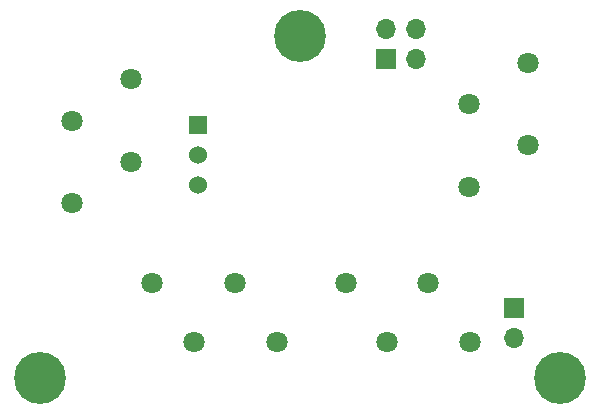
<source format=gbr>
%TF.GenerationSoftware,KiCad,Pcbnew,(6.0.8-1)-1*%
%TF.CreationDate,2022-12-26T00:28:58-06:00*%
%TF.ProjectId,CAN Distribution With Debug,43414e20-4469-4737-9472-69627574696f,rev?*%
%TF.SameCoordinates,Original*%
%TF.FileFunction,Soldermask,Bot*%
%TF.FilePolarity,Negative*%
%FSLAX46Y46*%
G04 Gerber Fmt 4.6, Leading zero omitted, Abs format (unit mm)*
G04 Created by KiCad (PCBNEW (6.0.8-1)-1) date 2022-12-26 00:28:58*
%MOMM*%
%LPD*%
G01*
G04 APERTURE LIST*
%ADD10C,1.800000*%
%ADD11R,1.524000X1.524000*%
%ADD12C,1.524000*%
%ADD13C,4.400000*%
%ADD14R,1.700000X1.700000*%
%ADD15O,1.700000X1.700000*%
G04 APERTURE END LIST*
D10*
%TO.C,X3*%
X122850000Y-109005000D03*
X126350000Y-114005000D03*
X129850000Y-109005000D03*
X133350000Y-114005000D03*
%TD*%
%TO.C,X2*%
X106500000Y-109005000D03*
X110000000Y-114005000D03*
X113500000Y-109005000D03*
X117000000Y-114005000D03*
%TD*%
%TO.C,X1*%
X104700000Y-91800000D03*
X99700000Y-95300000D03*
X104700000Y-98800000D03*
X99700000Y-102300000D03*
%TD*%
D11*
%TO.C,U1*%
X110350000Y-95660000D03*
D12*
X110350000Y-98200000D03*
X110350000Y-100740000D03*
%TD*%
D10*
%TO.C,X4*%
X133300000Y-100900000D03*
X138300000Y-97400000D03*
X133300000Y-93900000D03*
X138300000Y-90400000D03*
%TD*%
D13*
%TO.C,H2*%
X141000000Y-117100000D03*
%TD*%
D14*
%TO.C,J1*%
X126260000Y-90062500D03*
D15*
X126260000Y-87522500D03*
X128800000Y-90062500D03*
X128800000Y-87522500D03*
%TD*%
D13*
%TO.C,H1*%
X119000000Y-88100000D03*
%TD*%
%TO.C,H3*%
X97000000Y-117100000D03*
%TD*%
D14*
%TO.C,J2*%
X137100000Y-111200000D03*
D15*
X137100000Y-113740000D03*
%TD*%
M02*

</source>
